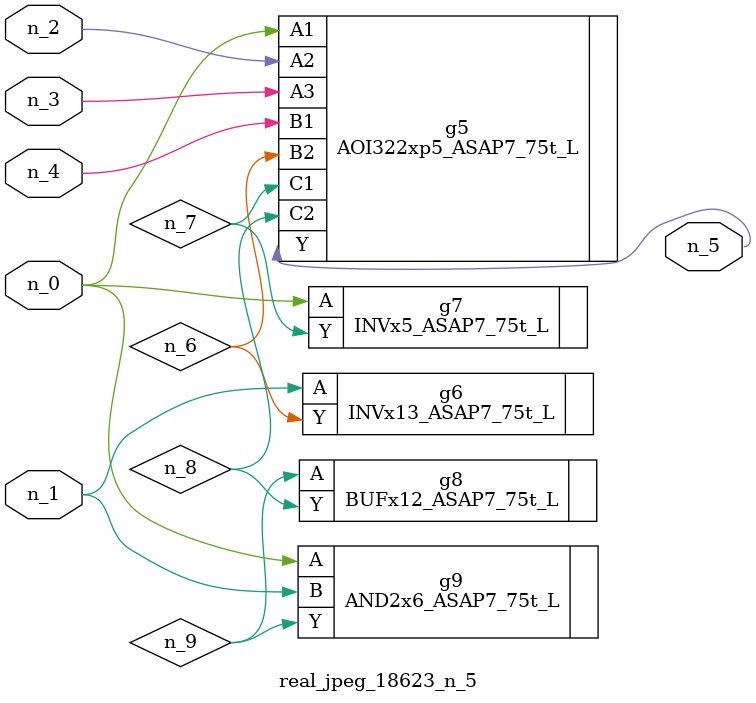
<source format=v>
module real_jpeg_18623_n_5 (n_4, n_0, n_1, n_2, n_3, n_5);

input n_4;
input n_0;
input n_1;
input n_2;
input n_3;

output n_5;

wire n_8;
wire n_6;
wire n_7;
wire n_9;

AOI322xp5_ASAP7_75t_L g5 ( 
.A1(n_0),
.A2(n_2),
.A3(n_3),
.B1(n_4),
.B2(n_6),
.C1(n_7),
.C2(n_8),
.Y(n_5)
);

INVx5_ASAP7_75t_L g7 ( 
.A(n_0),
.Y(n_7)
);

AND2x6_ASAP7_75t_L g9 ( 
.A(n_0),
.B(n_1),
.Y(n_9)
);

INVx13_ASAP7_75t_L g6 ( 
.A(n_1),
.Y(n_6)
);

BUFx12_ASAP7_75t_L g8 ( 
.A(n_9),
.Y(n_8)
);


endmodule
</source>
